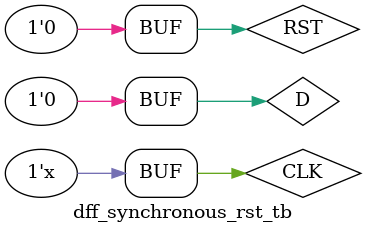
<source format=v>
module dff_synchronous_rst(
    input d,clk,rst,
    output reg q, output qb
);



always @(posedge clk )
begin
    if(rst)
      q<=0;
    else
     begin
        if(clk)
        begin
          q<=d;
        end  
        else
         begin
            q<=q;
        end
    end
end

assign qb=~q;
endmodule

module dff_synchronous_rst_tb;
wire Q,QB;
reg CLK,D,RST;

dff_asynchronous_rst dut(
    .d(D), .clk(CLK), .rst(RST),
      .q(Q), .qb(QB)
);

initial begin
    CLK=0;D=0;RST=0;
    $monitor("%t) CLK=%B RST=%B D=%B Q=%B QB=%B",$time,CLK,RST,D,Q,QB);
    #1RST=0;
    #4RST=1;
    #5 RST=0;
    #10 D=1;
    #10 D=0;
end
always #5 CLK =~CLK;
endmodule

</source>
